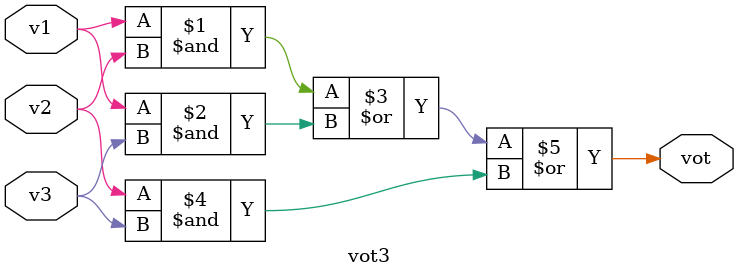
<source format=v>

module vot3 (
input   v1, // primul votant
input   v2, // al doilea votant
input   v3, // al treilea votant
output  vot // rezultat vot
);

assign vot = (v1 & v2) | (v1 & v3) | (v2 & v3);
// assign vot = (v1 + v2 + v3) > 1;

endmodule   // vot3
</source>
